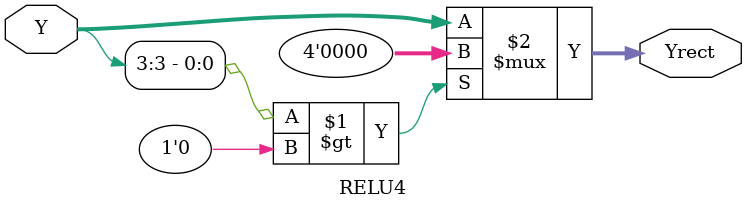
<source format=sv>
module RELU4(
  input [3:0] Y,
  output [3:0] Yrect
);


  //////////////////////////////////////////////////////////
  // Implement in dataflow verilog (an assign statement) //
  ////////////////////////////////////////////////////////
  assign Yrect = (Y[3] > 1'b0) ? 4'b0000:
                                Y;
  
endmodule
  
</source>
